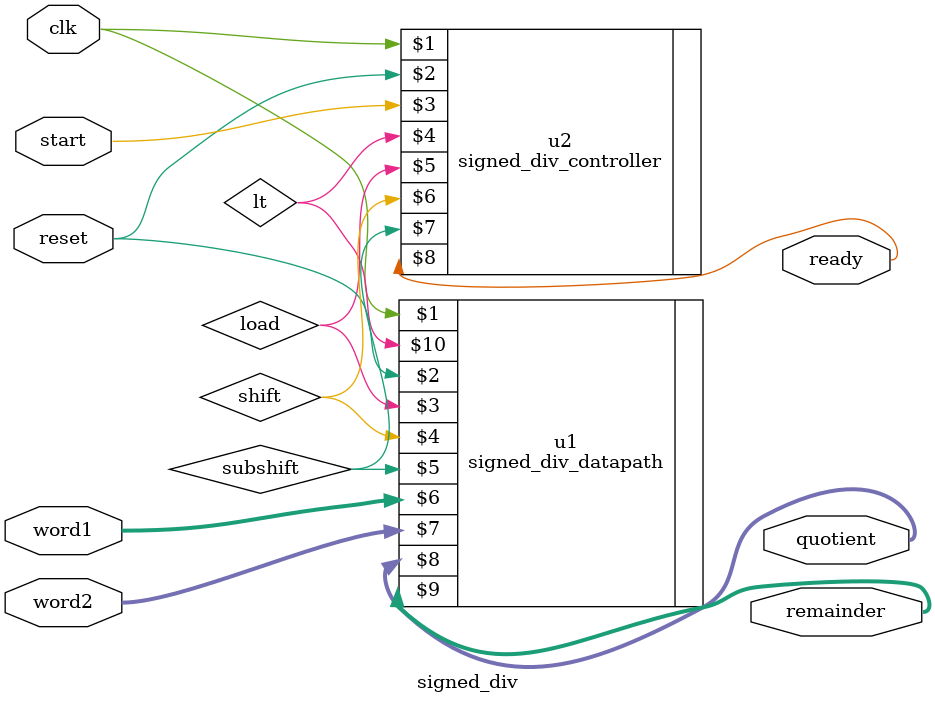
<source format=v>
module signed_div(clk, reset, start, word1, word2, quotient, remainder, ready);
	parameter N=8, M=4, L=3;
	input clk, reset, start;
	input [N-1:0] word1;
	input [M-1:0] word2;
	output [N-1:0] quotient;
	output [M-1:0] remainder;
	output ready;
	
	wire load, shift, subshift, lt;
	
	signed_div_datapath #(N, M) u1 (clk, reset, load, shift, subshift, word1, word2, quotient, remainder, lt);
	signed_div_controller #(N, M, L) u2 (clk, reset, start, lt, load, shift, subshift, ready);
endmodule

</source>
